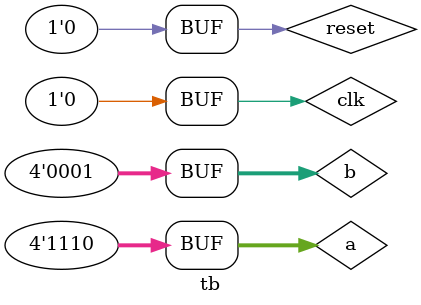
<source format=v>
module tb (
);
//接线
    reg clk,reset;
    reg [3:0]a,b;
    a2 A2_My(
        .clk(clk),
        .reset(reset),
        .a(a),
        .b(b)
    );
//
//
//生成文件
    initial begin
        $dumpfile("reference.vcd");
        $dumpvars;
    end
//初始化
//时钟
//控制输入
    initial begin
    // Initialize Inputs
    clk = 0;
    reset = 0;
    a = 0;
    b = 0;

    // Wait 100 ns for global reset to finish
    #100;

    // Add stimulus here
    a=3;
    b=1;
    #2;
    a=-2;
    b=1;
    #2;
    end
//
//
//
//
//
//
endmodule //tb

</source>
